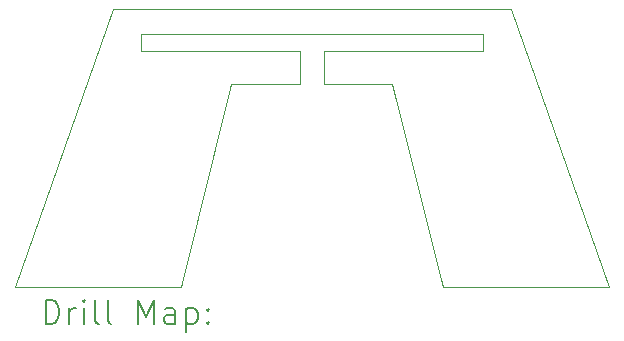
<source format=gbr>
%TF.GenerationSoftware,KiCad,Pcbnew,8.0.5*%
%TF.CreationDate,2024-09-09T18:51:00+02:00*%
%TF.ProjectId,StandOrbs,5374616e-644f-4726-9273-2e6b69636164,rev?*%
%TF.SameCoordinates,Original*%
%TF.FileFunction,Drillmap*%
%TF.FilePolarity,Positive*%
%FSLAX45Y45*%
G04 Gerber Fmt 4.5, Leading zero omitted, Abs format (unit mm)*
G04 Created by KiCad (PCBNEW 8.0.5) date 2024-09-09 18:51:00*
%MOMM*%
%LPD*%
G01*
G04 APERTURE LIST*
%ADD10C,0.050000*%
%ADD11C,0.200000*%
G04 APERTURE END LIST*
D10*
X9317500Y-8328000D02*
X8887500Y-10044000D01*
X10103000Y-8327000D02*
X10680500Y-8328000D01*
X8312000Y-7689500D02*
X7487500Y-10044000D01*
X9897000Y-8044000D02*
X9897000Y-8327000D01*
X10103000Y-8044000D02*
X10103000Y-8327000D01*
X8549000Y-7904000D02*
X11449000Y-7904000D01*
X9897000Y-8327000D02*
X9317500Y-8328000D01*
X11686000Y-7689500D02*
X8312000Y-7689500D01*
X10103000Y-8327000D02*
X10103000Y-8044000D01*
X11686000Y-7689500D02*
X12512500Y-10044000D01*
X12512500Y-10044000D02*
X11112500Y-10044000D01*
X11112500Y-10044000D02*
X12512500Y-10044000D01*
X11449000Y-7904000D02*
X11449000Y-8044000D01*
X8312000Y-7689500D02*
X11686000Y-7689500D01*
X7487500Y-10044000D02*
X8312000Y-7689500D01*
X8887500Y-10044000D02*
X9317500Y-8328000D01*
X8549000Y-7904000D02*
X8549000Y-8044000D01*
X9897000Y-8044000D02*
X9897000Y-8327000D01*
X7487500Y-10044000D02*
X8312000Y-7689500D01*
X9317500Y-8328000D02*
X9897000Y-8327000D01*
X8549000Y-8044000D02*
X9897000Y-8044000D01*
X10680500Y-8328000D02*
X10103000Y-8327000D01*
X11686000Y-7689500D02*
X12512500Y-10044000D01*
X11112500Y-10044000D02*
X10680500Y-8328000D01*
X10680500Y-8328000D02*
X11112500Y-10044000D01*
X10103000Y-8044000D02*
X11449000Y-8044000D01*
X7487500Y-10044000D02*
X8887500Y-10044000D01*
X8887500Y-10044000D02*
X7487500Y-10044000D01*
D11*
X7745777Y-10357984D02*
X7745777Y-10157984D01*
X7745777Y-10157984D02*
X7793396Y-10157984D01*
X7793396Y-10157984D02*
X7821967Y-10167508D01*
X7821967Y-10167508D02*
X7841015Y-10186555D01*
X7841015Y-10186555D02*
X7850539Y-10205603D01*
X7850539Y-10205603D02*
X7860062Y-10243698D01*
X7860062Y-10243698D02*
X7860062Y-10272270D01*
X7860062Y-10272270D02*
X7850539Y-10310365D01*
X7850539Y-10310365D02*
X7841015Y-10329412D01*
X7841015Y-10329412D02*
X7821967Y-10348460D01*
X7821967Y-10348460D02*
X7793396Y-10357984D01*
X7793396Y-10357984D02*
X7745777Y-10357984D01*
X7945777Y-10357984D02*
X7945777Y-10224650D01*
X7945777Y-10262746D02*
X7955301Y-10243698D01*
X7955301Y-10243698D02*
X7964824Y-10234174D01*
X7964824Y-10234174D02*
X7983872Y-10224650D01*
X7983872Y-10224650D02*
X8002920Y-10224650D01*
X8069586Y-10357984D02*
X8069586Y-10224650D01*
X8069586Y-10157984D02*
X8060062Y-10167508D01*
X8060062Y-10167508D02*
X8069586Y-10177031D01*
X8069586Y-10177031D02*
X8079110Y-10167508D01*
X8079110Y-10167508D02*
X8069586Y-10157984D01*
X8069586Y-10157984D02*
X8069586Y-10177031D01*
X8193396Y-10357984D02*
X8174348Y-10348460D01*
X8174348Y-10348460D02*
X8164824Y-10329412D01*
X8164824Y-10329412D02*
X8164824Y-10157984D01*
X8298158Y-10357984D02*
X8279110Y-10348460D01*
X8279110Y-10348460D02*
X8269586Y-10329412D01*
X8269586Y-10329412D02*
X8269586Y-10157984D01*
X8526729Y-10357984D02*
X8526729Y-10157984D01*
X8526729Y-10157984D02*
X8593396Y-10300841D01*
X8593396Y-10300841D02*
X8660063Y-10157984D01*
X8660063Y-10157984D02*
X8660063Y-10357984D01*
X8841015Y-10357984D02*
X8841015Y-10253222D01*
X8841015Y-10253222D02*
X8831491Y-10234174D01*
X8831491Y-10234174D02*
X8812444Y-10224650D01*
X8812444Y-10224650D02*
X8774348Y-10224650D01*
X8774348Y-10224650D02*
X8755301Y-10234174D01*
X8841015Y-10348460D02*
X8821967Y-10357984D01*
X8821967Y-10357984D02*
X8774348Y-10357984D01*
X8774348Y-10357984D02*
X8755301Y-10348460D01*
X8755301Y-10348460D02*
X8745777Y-10329412D01*
X8745777Y-10329412D02*
X8745777Y-10310365D01*
X8745777Y-10310365D02*
X8755301Y-10291317D01*
X8755301Y-10291317D02*
X8774348Y-10281793D01*
X8774348Y-10281793D02*
X8821967Y-10281793D01*
X8821967Y-10281793D02*
X8841015Y-10272270D01*
X8936253Y-10224650D02*
X8936253Y-10424650D01*
X8936253Y-10234174D02*
X8955301Y-10224650D01*
X8955301Y-10224650D02*
X8993396Y-10224650D01*
X8993396Y-10224650D02*
X9012444Y-10234174D01*
X9012444Y-10234174D02*
X9021967Y-10243698D01*
X9021967Y-10243698D02*
X9031491Y-10262746D01*
X9031491Y-10262746D02*
X9031491Y-10319889D01*
X9031491Y-10319889D02*
X9021967Y-10338936D01*
X9021967Y-10338936D02*
X9012444Y-10348460D01*
X9012444Y-10348460D02*
X8993396Y-10357984D01*
X8993396Y-10357984D02*
X8955301Y-10357984D01*
X8955301Y-10357984D02*
X8936253Y-10348460D01*
X9117205Y-10338936D02*
X9126729Y-10348460D01*
X9126729Y-10348460D02*
X9117205Y-10357984D01*
X9117205Y-10357984D02*
X9107682Y-10348460D01*
X9107682Y-10348460D02*
X9117205Y-10338936D01*
X9117205Y-10338936D02*
X9117205Y-10357984D01*
X9117205Y-10234174D02*
X9126729Y-10243698D01*
X9126729Y-10243698D02*
X9117205Y-10253222D01*
X9117205Y-10253222D02*
X9107682Y-10243698D01*
X9107682Y-10243698D02*
X9117205Y-10234174D01*
X9117205Y-10234174D02*
X9117205Y-10253222D01*
M02*

</source>
